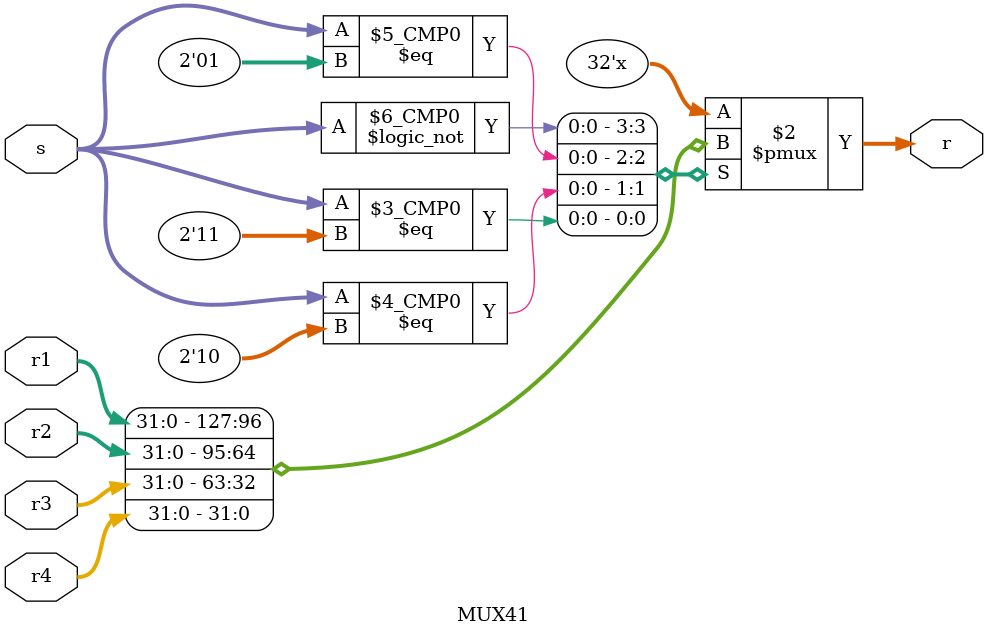
<source format=v>
module MUX41 (
    input [31:0] r1,
    input [31:0] r2,
    input [31:0] r3,
    input [31:0] r4,
    input [1:0] s,
    output reg [31:0] r
);
    always @(*)
        case (s)
        2'b00 : r = r1;
        2'b01 : r = r2;
        2'b10 : r = r3;
        2'b11 : r = r4;
        default :r = r1;
        endcase
endmodule

</source>
